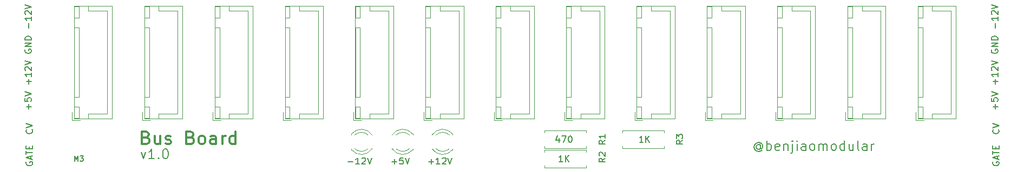
<source format=gbr>
%TF.GenerationSoftware,KiCad,Pcbnew,5.1.9+dfsg1-1~bpo10+1*%
%TF.CreationDate,2022-05-16T17:10:37+08:00*%
%TF.ProjectId,BusBoard,42757342-6f61-4726-942e-6b696361645f,rev?*%
%TF.SameCoordinates,Original*%
%TF.FileFunction,Legend,Top*%
%TF.FilePolarity,Positive*%
%FSLAX46Y46*%
G04 Gerber Fmt 4.6, Leading zero omitted, Abs format (unit mm)*
G04 Created by KiCad (PCBNEW 5.1.9+dfsg1-1~bpo10+1) date 2022-05-16 17:10:37*
%MOMM*%
%LPD*%
G01*
G04 APERTURE LIST*
%ADD10C,0.150000*%
%ADD11C,0.200000*%
%ADD12C,0.300000*%
%ADD13C,0.140000*%
%ADD14C,0.120000*%
G04 APERTURE END LIST*
D10*
X146022095Y-121363428D02*
X146784000Y-121363428D01*
X146403047Y-121744380D02*
X146403047Y-120982476D01*
X147784000Y-121744380D02*
X147212571Y-121744380D01*
X147498285Y-121744380D02*
X147498285Y-120744380D01*
X147403047Y-120887238D01*
X147307809Y-120982476D01*
X147212571Y-121030095D01*
X148164952Y-120839619D02*
X148212571Y-120792000D01*
X148307809Y-120744380D01*
X148545904Y-120744380D01*
X148641142Y-120792000D01*
X148688761Y-120839619D01*
X148736380Y-120934857D01*
X148736380Y-121030095D01*
X148688761Y-121172952D01*
X148117333Y-121744380D01*
X148736380Y-121744380D01*
X149022095Y-120744380D02*
X149355428Y-121744380D01*
X149688761Y-120744380D01*
X140298285Y-121363428D02*
X141060190Y-121363428D01*
X140679238Y-121744380D02*
X140679238Y-120982476D01*
X142012571Y-120744380D02*
X141536380Y-120744380D01*
X141488761Y-121220571D01*
X141536380Y-121172952D01*
X141631619Y-121125333D01*
X141869714Y-121125333D01*
X141964952Y-121172952D01*
X142012571Y-121220571D01*
X142060190Y-121315809D01*
X142060190Y-121553904D01*
X142012571Y-121649142D01*
X141964952Y-121696761D01*
X141869714Y-121744380D01*
X141631619Y-121744380D01*
X141536380Y-121696761D01*
X141488761Y-121649142D01*
X142345904Y-120744380D02*
X142679238Y-121744380D01*
X143012571Y-120744380D01*
X133422095Y-121363428D02*
X134184000Y-121363428D01*
X135184000Y-121744380D02*
X134612571Y-121744380D01*
X134898285Y-121744380D02*
X134898285Y-120744380D01*
X134803047Y-120887238D01*
X134707809Y-120982476D01*
X134612571Y-121030095D01*
X135564952Y-120839619D02*
X135612571Y-120792000D01*
X135707809Y-120744380D01*
X135945904Y-120744380D01*
X136041142Y-120792000D01*
X136088761Y-120839619D01*
X136136380Y-120934857D01*
X136136380Y-121030095D01*
X136088761Y-121172952D01*
X135517333Y-121744380D01*
X136136380Y-121744380D01*
X136422095Y-120744380D02*
X136755428Y-121744380D01*
X137088761Y-120744380D01*
D11*
X101057142Y-119878571D02*
X101414285Y-120878571D01*
X101771428Y-119878571D01*
X103128571Y-120878571D02*
X102271428Y-120878571D01*
X102700000Y-120878571D02*
X102700000Y-119378571D01*
X102557142Y-119592857D01*
X102414285Y-119735714D01*
X102271428Y-119807142D01*
X103771428Y-120735714D02*
X103842857Y-120807142D01*
X103771428Y-120878571D01*
X103700000Y-120807142D01*
X103771428Y-120735714D01*
X103771428Y-120878571D01*
X104771428Y-119378571D02*
X104914285Y-119378571D01*
X105057142Y-119450000D01*
X105128571Y-119521428D01*
X105200000Y-119664285D01*
X105271428Y-119950000D01*
X105271428Y-120307142D01*
X105200000Y-120592857D01*
X105128571Y-120735714D01*
X105057142Y-120807142D01*
X104914285Y-120878571D01*
X104771428Y-120878571D01*
X104628571Y-120807142D01*
X104557142Y-120735714D01*
X104485714Y-120592857D01*
X104414285Y-120307142D01*
X104414285Y-119950000D01*
X104485714Y-119664285D01*
X104557142Y-119521428D01*
X104628571Y-119450000D01*
X104771428Y-119378571D01*
D10*
X83100000Y-121400000D02*
X83052380Y-121495238D01*
X83052380Y-121638095D01*
X83100000Y-121780952D01*
X83195238Y-121876190D01*
X83290476Y-121923809D01*
X83480952Y-121971428D01*
X83623809Y-121971428D01*
X83814285Y-121923809D01*
X83909523Y-121876190D01*
X84004761Y-121780952D01*
X84052380Y-121638095D01*
X84052380Y-121542857D01*
X84004761Y-121400000D01*
X83957142Y-121352380D01*
X83623809Y-121352380D01*
X83623809Y-121542857D01*
X83766666Y-120971428D02*
X83766666Y-120495238D01*
X84052380Y-121066666D02*
X83052380Y-120733333D01*
X84052380Y-120400000D01*
X83052380Y-120209523D02*
X83052380Y-119638095D01*
X84052380Y-119923809D02*
X83052380Y-119923809D01*
X83528571Y-119304761D02*
X83528571Y-118971428D01*
X84052380Y-118828571D02*
X84052380Y-119304761D01*
X83052380Y-119304761D01*
X83052380Y-118828571D01*
X83471428Y-113085714D02*
X83471428Y-112323809D01*
X83852380Y-112704761D02*
X83090476Y-112704761D01*
X82852380Y-111371428D02*
X82852380Y-111847619D01*
X83328571Y-111895238D01*
X83280952Y-111847619D01*
X83233333Y-111752380D01*
X83233333Y-111514285D01*
X83280952Y-111419047D01*
X83328571Y-111371428D01*
X83423809Y-111323809D01*
X83661904Y-111323809D01*
X83757142Y-111371428D01*
X83804761Y-111419047D01*
X83852380Y-111514285D01*
X83852380Y-111752380D01*
X83804761Y-111847619D01*
X83757142Y-111895238D01*
X82852380Y-111038095D02*
X83852380Y-110704761D01*
X82852380Y-110371428D01*
X83471428Y-100361904D02*
X83471428Y-99600000D01*
X83852380Y-98600000D02*
X83852380Y-99171428D01*
X83852380Y-98885714D02*
X82852380Y-98885714D01*
X82995238Y-98980952D01*
X83090476Y-99076190D01*
X83138095Y-99171428D01*
X82947619Y-98219047D02*
X82900000Y-98171428D01*
X82852380Y-98076190D01*
X82852380Y-97838095D01*
X82900000Y-97742857D01*
X82947619Y-97695238D01*
X83042857Y-97647619D01*
X83138095Y-97647619D01*
X83280952Y-97695238D01*
X83852380Y-98266666D01*
X83852380Y-97647619D01*
X82852380Y-97361904D02*
X83852380Y-97028571D01*
X82852380Y-96695238D01*
X83957142Y-116319047D02*
X84004761Y-116366666D01*
X84052380Y-116509523D01*
X84052380Y-116604761D01*
X84004761Y-116747619D01*
X83909523Y-116842857D01*
X83814285Y-116890476D01*
X83623809Y-116938095D01*
X83480952Y-116938095D01*
X83290476Y-116890476D01*
X83195238Y-116842857D01*
X83100000Y-116747619D01*
X83052380Y-116604761D01*
X83052380Y-116509523D01*
X83100000Y-116366666D01*
X83147619Y-116319047D01*
X83052380Y-116033333D02*
X84052380Y-115700000D01*
X83052380Y-115366666D01*
X83471428Y-109161904D02*
X83471428Y-108400000D01*
X83852380Y-108780952D02*
X83090476Y-108780952D01*
X83852380Y-107400000D02*
X83852380Y-107971428D01*
X83852380Y-107685714D02*
X82852380Y-107685714D01*
X82995238Y-107780952D01*
X83090476Y-107876190D01*
X83138095Y-107971428D01*
X82947619Y-107019047D02*
X82900000Y-106971428D01*
X82852380Y-106876190D01*
X82852380Y-106638095D01*
X82900000Y-106542857D01*
X82947619Y-106495238D01*
X83042857Y-106447619D01*
X83138095Y-106447619D01*
X83280952Y-106495238D01*
X83852380Y-107066666D01*
X83852380Y-106447619D01*
X82852380Y-106161904D02*
X83852380Y-105828571D01*
X82852380Y-105495238D01*
X82900000Y-103761904D02*
X82852380Y-103857142D01*
X82852380Y-104000000D01*
X82900000Y-104142857D01*
X82995238Y-104238095D01*
X83090476Y-104285714D01*
X83280952Y-104333333D01*
X83423809Y-104333333D01*
X83614285Y-104285714D01*
X83709523Y-104238095D01*
X83804761Y-104142857D01*
X83852380Y-104000000D01*
X83852380Y-103904761D01*
X83804761Y-103761904D01*
X83757142Y-103714285D01*
X83423809Y-103714285D01*
X83423809Y-103904761D01*
X83852380Y-103285714D02*
X82852380Y-103285714D01*
X83852380Y-102714285D01*
X82852380Y-102714285D01*
X83852380Y-102238095D02*
X82852380Y-102238095D01*
X82852380Y-102000000D01*
X82900000Y-101857142D01*
X82995238Y-101761904D01*
X83090476Y-101714285D01*
X83280952Y-101666666D01*
X83423809Y-101666666D01*
X83614285Y-101714285D01*
X83709523Y-101761904D01*
X83804761Y-101857142D01*
X83852380Y-102000000D01*
X83852380Y-102238095D01*
X234300000Y-121400000D02*
X234252380Y-121495238D01*
X234252380Y-121638095D01*
X234300000Y-121780952D01*
X234395238Y-121876190D01*
X234490476Y-121923809D01*
X234680952Y-121971428D01*
X234823809Y-121971428D01*
X235014285Y-121923809D01*
X235109523Y-121876190D01*
X235204761Y-121780952D01*
X235252380Y-121638095D01*
X235252380Y-121542857D01*
X235204761Y-121400000D01*
X235157142Y-121352380D01*
X234823809Y-121352380D01*
X234823809Y-121542857D01*
X234966666Y-120971428D02*
X234966666Y-120495238D01*
X235252380Y-121066666D02*
X234252380Y-120733333D01*
X235252380Y-120400000D01*
X234252380Y-120209523D02*
X234252380Y-119638095D01*
X235252380Y-119923809D02*
X234252380Y-119923809D01*
X234728571Y-119304761D02*
X234728571Y-118971428D01*
X235252380Y-118828571D02*
X235252380Y-119304761D01*
X234252380Y-119304761D01*
X234252380Y-118828571D01*
X235157142Y-116319047D02*
X235204761Y-116366666D01*
X235252380Y-116509523D01*
X235252380Y-116604761D01*
X235204761Y-116747619D01*
X235109523Y-116842857D01*
X235014285Y-116890476D01*
X234823809Y-116938095D01*
X234680952Y-116938095D01*
X234490476Y-116890476D01*
X234395238Y-116842857D01*
X234300000Y-116747619D01*
X234252380Y-116604761D01*
X234252380Y-116509523D01*
X234300000Y-116366666D01*
X234347619Y-116319047D01*
X234252380Y-116033333D02*
X235252380Y-115700000D01*
X234252380Y-115366666D01*
X234671428Y-113085714D02*
X234671428Y-112323809D01*
X235052380Y-112704761D02*
X234290476Y-112704761D01*
X234052380Y-111371428D02*
X234052380Y-111847619D01*
X234528571Y-111895238D01*
X234480952Y-111847619D01*
X234433333Y-111752380D01*
X234433333Y-111514285D01*
X234480952Y-111419047D01*
X234528571Y-111371428D01*
X234623809Y-111323809D01*
X234861904Y-111323809D01*
X234957142Y-111371428D01*
X235004761Y-111419047D01*
X235052380Y-111514285D01*
X235052380Y-111752380D01*
X235004761Y-111847619D01*
X234957142Y-111895238D01*
X234052380Y-111038095D02*
X235052380Y-110704761D01*
X234052380Y-110371428D01*
X234671428Y-100361904D02*
X234671428Y-99600000D01*
X235052380Y-98600000D02*
X235052380Y-99171428D01*
X235052380Y-98885714D02*
X234052380Y-98885714D01*
X234195238Y-98980952D01*
X234290476Y-99076190D01*
X234338095Y-99171428D01*
X234147619Y-98219047D02*
X234100000Y-98171428D01*
X234052380Y-98076190D01*
X234052380Y-97838095D01*
X234100000Y-97742857D01*
X234147619Y-97695238D01*
X234242857Y-97647619D01*
X234338095Y-97647619D01*
X234480952Y-97695238D01*
X235052380Y-98266666D01*
X235052380Y-97647619D01*
X234052380Y-97361904D02*
X235052380Y-97028571D01*
X234052380Y-96695238D01*
X234100000Y-103761904D02*
X234052380Y-103857142D01*
X234052380Y-104000000D01*
X234100000Y-104142857D01*
X234195238Y-104238095D01*
X234290476Y-104285714D01*
X234480952Y-104333333D01*
X234623809Y-104333333D01*
X234814285Y-104285714D01*
X234909523Y-104238095D01*
X235004761Y-104142857D01*
X235052380Y-104000000D01*
X235052380Y-103904761D01*
X235004761Y-103761904D01*
X234957142Y-103714285D01*
X234623809Y-103714285D01*
X234623809Y-103904761D01*
X235052380Y-103285714D02*
X234052380Y-103285714D01*
X235052380Y-102714285D01*
X234052380Y-102714285D01*
X235052380Y-102238095D02*
X234052380Y-102238095D01*
X234052380Y-102000000D01*
X234100000Y-101857142D01*
X234195238Y-101761904D01*
X234290476Y-101714285D01*
X234480952Y-101666666D01*
X234623809Y-101666666D01*
X234814285Y-101714285D01*
X234909523Y-101761904D01*
X235004761Y-101857142D01*
X235052380Y-102000000D01*
X235052380Y-102238095D01*
X234671428Y-109161904D02*
X234671428Y-108400000D01*
X235052380Y-108780952D02*
X234290476Y-108780952D01*
X235052380Y-107400000D02*
X235052380Y-107971428D01*
X235052380Y-107685714D02*
X234052380Y-107685714D01*
X234195238Y-107780952D01*
X234290476Y-107876190D01*
X234338095Y-107971428D01*
X234147619Y-107019047D02*
X234100000Y-106971428D01*
X234052380Y-106876190D01*
X234052380Y-106638095D01*
X234100000Y-106542857D01*
X234147619Y-106495238D01*
X234242857Y-106447619D01*
X234338095Y-106447619D01*
X234480952Y-106495238D01*
X235052380Y-107066666D01*
X235052380Y-106447619D01*
X234052380Y-106161904D02*
X235052380Y-105828571D01*
X234052380Y-105495238D01*
D12*
X101833333Y-117557142D02*
X102119047Y-117652380D01*
X102214285Y-117747619D01*
X102309523Y-117938095D01*
X102309523Y-118223809D01*
X102214285Y-118414285D01*
X102119047Y-118509523D01*
X101928571Y-118604761D01*
X101166666Y-118604761D01*
X101166666Y-116604761D01*
X101833333Y-116604761D01*
X102023809Y-116700000D01*
X102119047Y-116795238D01*
X102214285Y-116985714D01*
X102214285Y-117176190D01*
X102119047Y-117366666D01*
X102023809Y-117461904D01*
X101833333Y-117557142D01*
X101166666Y-117557142D01*
X104023809Y-117271428D02*
X104023809Y-118604761D01*
X103166666Y-117271428D02*
X103166666Y-118319047D01*
X103261904Y-118509523D01*
X103452380Y-118604761D01*
X103738095Y-118604761D01*
X103928571Y-118509523D01*
X104023809Y-118414285D01*
X104880952Y-118509523D02*
X105071428Y-118604761D01*
X105452380Y-118604761D01*
X105642857Y-118509523D01*
X105738095Y-118319047D01*
X105738095Y-118223809D01*
X105642857Y-118033333D01*
X105452380Y-117938095D01*
X105166666Y-117938095D01*
X104976190Y-117842857D01*
X104880952Y-117652380D01*
X104880952Y-117557142D01*
X104976190Y-117366666D01*
X105166666Y-117271428D01*
X105452380Y-117271428D01*
X105642857Y-117366666D01*
X108785714Y-117557142D02*
X109071428Y-117652380D01*
X109166666Y-117747619D01*
X109261904Y-117938095D01*
X109261904Y-118223809D01*
X109166666Y-118414285D01*
X109071428Y-118509523D01*
X108880952Y-118604761D01*
X108119047Y-118604761D01*
X108119047Y-116604761D01*
X108785714Y-116604761D01*
X108976190Y-116700000D01*
X109071428Y-116795238D01*
X109166666Y-116985714D01*
X109166666Y-117176190D01*
X109071428Y-117366666D01*
X108976190Y-117461904D01*
X108785714Y-117557142D01*
X108119047Y-117557142D01*
X110404761Y-118604761D02*
X110214285Y-118509523D01*
X110119047Y-118414285D01*
X110023809Y-118223809D01*
X110023809Y-117652380D01*
X110119047Y-117461904D01*
X110214285Y-117366666D01*
X110404761Y-117271428D01*
X110690476Y-117271428D01*
X110880952Y-117366666D01*
X110976190Y-117461904D01*
X111071428Y-117652380D01*
X111071428Y-118223809D01*
X110976190Y-118414285D01*
X110880952Y-118509523D01*
X110690476Y-118604761D01*
X110404761Y-118604761D01*
X112785714Y-118604761D02*
X112785714Y-117557142D01*
X112690476Y-117366666D01*
X112500000Y-117271428D01*
X112119047Y-117271428D01*
X111928571Y-117366666D01*
X112785714Y-118509523D02*
X112595238Y-118604761D01*
X112119047Y-118604761D01*
X111928571Y-118509523D01*
X111833333Y-118319047D01*
X111833333Y-118128571D01*
X111928571Y-117938095D01*
X112119047Y-117842857D01*
X112595238Y-117842857D01*
X112785714Y-117747619D01*
X113738095Y-118604761D02*
X113738095Y-117271428D01*
X113738095Y-117652380D02*
X113833333Y-117461904D01*
X113928571Y-117366666D01*
X114119047Y-117271428D01*
X114309523Y-117271428D01*
X115833333Y-118604761D02*
X115833333Y-116604761D01*
X115833333Y-118509523D02*
X115642857Y-118604761D01*
X115261904Y-118604761D01*
X115071428Y-118509523D01*
X114976190Y-118414285D01*
X114880952Y-118223809D01*
X114880952Y-117652380D01*
X114976190Y-117461904D01*
X115071428Y-117366666D01*
X115261904Y-117271428D01*
X115642857Y-117271428D01*
X115833333Y-117366666D01*
D13*
X90652380Y-121261904D02*
X90652380Y-120461904D01*
X90919047Y-121033333D01*
X91185714Y-120461904D01*
X91185714Y-121261904D01*
X91490476Y-120461904D02*
X91985714Y-120461904D01*
X91719047Y-120766666D01*
X91833333Y-120766666D01*
X91909523Y-120804761D01*
X91947619Y-120842857D01*
X91985714Y-120919047D01*
X91985714Y-121109523D01*
X91947619Y-121185714D01*
X91909523Y-121223809D01*
X91833333Y-121261904D01*
X91604761Y-121261904D01*
X91528571Y-121223809D01*
X91490476Y-121185714D01*
D11*
X197926571Y-118836285D02*
X197855142Y-118764857D01*
X197712285Y-118693428D01*
X197569428Y-118693428D01*
X197426571Y-118764857D01*
X197355142Y-118836285D01*
X197283714Y-118979142D01*
X197283714Y-119122000D01*
X197355142Y-119264857D01*
X197426571Y-119336285D01*
X197569428Y-119407714D01*
X197712285Y-119407714D01*
X197855142Y-119336285D01*
X197926571Y-119264857D01*
X197926571Y-118693428D02*
X197926571Y-119264857D01*
X197998000Y-119336285D01*
X198069428Y-119336285D01*
X198212285Y-119264857D01*
X198283714Y-119122000D01*
X198283714Y-118764857D01*
X198140857Y-118550571D01*
X197926571Y-118407714D01*
X197640857Y-118336285D01*
X197355142Y-118407714D01*
X197140857Y-118550571D01*
X196998000Y-118764857D01*
X196926571Y-119050571D01*
X196998000Y-119336285D01*
X197140857Y-119550571D01*
X197355142Y-119693428D01*
X197640857Y-119764857D01*
X197926571Y-119693428D01*
X198140857Y-119550571D01*
X198926571Y-119550571D02*
X198926571Y-118050571D01*
X198926571Y-118622000D02*
X199069428Y-118550571D01*
X199355142Y-118550571D01*
X199498000Y-118622000D01*
X199569428Y-118693428D01*
X199640857Y-118836285D01*
X199640857Y-119264857D01*
X199569428Y-119407714D01*
X199498000Y-119479142D01*
X199355142Y-119550571D01*
X199069428Y-119550571D01*
X198926571Y-119479142D01*
X200855142Y-119479142D02*
X200712285Y-119550571D01*
X200426571Y-119550571D01*
X200283714Y-119479142D01*
X200212285Y-119336285D01*
X200212285Y-118764857D01*
X200283714Y-118622000D01*
X200426571Y-118550571D01*
X200712285Y-118550571D01*
X200855142Y-118622000D01*
X200926571Y-118764857D01*
X200926571Y-118907714D01*
X200212285Y-119050571D01*
X201569428Y-118550571D02*
X201569428Y-119550571D01*
X201569428Y-118693428D02*
X201640857Y-118622000D01*
X201783714Y-118550571D01*
X201998000Y-118550571D01*
X202140857Y-118622000D01*
X202212285Y-118764857D01*
X202212285Y-119550571D01*
X202926571Y-118550571D02*
X202926571Y-119836285D01*
X202855142Y-119979142D01*
X202712285Y-120050571D01*
X202640857Y-120050571D01*
X202926571Y-118050571D02*
X202855142Y-118122000D01*
X202926571Y-118193428D01*
X202998000Y-118122000D01*
X202926571Y-118050571D01*
X202926571Y-118193428D01*
X203640857Y-119550571D02*
X203640857Y-118550571D01*
X203640857Y-118050571D02*
X203569428Y-118122000D01*
X203640857Y-118193428D01*
X203712285Y-118122000D01*
X203640857Y-118050571D01*
X203640857Y-118193428D01*
X204998000Y-119550571D02*
X204998000Y-118764857D01*
X204926571Y-118622000D01*
X204783714Y-118550571D01*
X204498000Y-118550571D01*
X204355142Y-118622000D01*
X204998000Y-119479142D02*
X204855142Y-119550571D01*
X204498000Y-119550571D01*
X204355142Y-119479142D01*
X204283714Y-119336285D01*
X204283714Y-119193428D01*
X204355142Y-119050571D01*
X204498000Y-118979142D01*
X204855142Y-118979142D01*
X204998000Y-118907714D01*
X205926571Y-119550571D02*
X205783714Y-119479142D01*
X205712285Y-119407714D01*
X205640857Y-119264857D01*
X205640857Y-118836285D01*
X205712285Y-118693428D01*
X205783714Y-118622000D01*
X205926571Y-118550571D01*
X206140857Y-118550571D01*
X206283714Y-118622000D01*
X206355142Y-118693428D01*
X206426571Y-118836285D01*
X206426571Y-119264857D01*
X206355142Y-119407714D01*
X206283714Y-119479142D01*
X206140857Y-119550571D01*
X205926571Y-119550571D01*
X207069428Y-119550571D02*
X207069428Y-118550571D01*
X207069428Y-118693428D02*
X207140857Y-118622000D01*
X207283714Y-118550571D01*
X207498000Y-118550571D01*
X207640857Y-118622000D01*
X207712285Y-118764857D01*
X207712285Y-119550571D01*
X207712285Y-118764857D02*
X207783714Y-118622000D01*
X207926571Y-118550571D01*
X208140857Y-118550571D01*
X208283714Y-118622000D01*
X208355142Y-118764857D01*
X208355142Y-119550571D01*
X209283714Y-119550571D02*
X209140857Y-119479142D01*
X209069428Y-119407714D01*
X208998000Y-119264857D01*
X208998000Y-118836285D01*
X209069428Y-118693428D01*
X209140857Y-118622000D01*
X209283714Y-118550571D01*
X209498000Y-118550571D01*
X209640857Y-118622000D01*
X209712285Y-118693428D01*
X209783714Y-118836285D01*
X209783714Y-119264857D01*
X209712285Y-119407714D01*
X209640857Y-119479142D01*
X209498000Y-119550571D01*
X209283714Y-119550571D01*
X211069428Y-119550571D02*
X211069428Y-118050571D01*
X211069428Y-119479142D02*
X210926571Y-119550571D01*
X210640857Y-119550571D01*
X210498000Y-119479142D01*
X210426571Y-119407714D01*
X210355142Y-119264857D01*
X210355142Y-118836285D01*
X210426571Y-118693428D01*
X210498000Y-118622000D01*
X210640857Y-118550571D01*
X210926571Y-118550571D01*
X211069428Y-118622000D01*
X212426571Y-118550571D02*
X212426571Y-119550571D01*
X211783714Y-118550571D02*
X211783714Y-119336285D01*
X211855142Y-119479142D01*
X211998000Y-119550571D01*
X212212285Y-119550571D01*
X212355142Y-119479142D01*
X212426571Y-119407714D01*
X213355142Y-119550571D02*
X213212285Y-119479142D01*
X213140857Y-119336285D01*
X213140857Y-118050571D01*
X214569428Y-119550571D02*
X214569428Y-118764857D01*
X214498000Y-118622000D01*
X214355142Y-118550571D01*
X214069428Y-118550571D01*
X213926571Y-118622000D01*
X214569428Y-119479142D02*
X214426571Y-119550571D01*
X214069428Y-119550571D01*
X213926571Y-119479142D01*
X213855142Y-119336285D01*
X213855142Y-119193428D01*
X213926571Y-119050571D01*
X214069428Y-118979142D01*
X214426571Y-118979142D01*
X214569428Y-118907714D01*
X215283714Y-119550571D02*
X215283714Y-118550571D01*
X215283714Y-118836285D02*
X215355142Y-118693428D01*
X215426571Y-118622000D01*
X215569428Y-118550571D01*
X215712285Y-118550571D01*
D14*
%TO.C,D1*%
X143524000Y-117162000D02*
X143524000Y-117006000D01*
X143524000Y-119478000D02*
X143524000Y-119322000D01*
X140291665Y-119320608D02*
G75*
G03*
X143524000Y-119477516I1672335J1078608D01*
G01*
X140291665Y-117163392D02*
G75*
G02*
X143524000Y-117006484I1672335J-1078608D01*
G01*
X140922870Y-119321837D02*
G75*
G03*
X143004961Y-119322000I1041130J1079837D01*
G01*
X140922870Y-117162163D02*
G75*
G02*
X143004961Y-117162000I1041130J-1079837D01*
G01*
%TO.C,D2*%
X149774000Y-119478000D02*
X149774000Y-119322000D01*
X149774000Y-117162000D02*
X149774000Y-117006000D01*
X147172870Y-117162163D02*
G75*
G02*
X149254961Y-117162000I1041130J-1079837D01*
G01*
X147172870Y-119321837D02*
G75*
G03*
X149254961Y-119322000I1041130J1079837D01*
G01*
X146541665Y-117163392D02*
G75*
G02*
X149774000Y-117006484I1672335J-1078608D01*
G01*
X146541665Y-119320608D02*
G75*
G03*
X149774000Y-119477516I1672335J1078608D01*
G01*
%TO.C,D3*%
X133944000Y-119322000D02*
X133944000Y-119478000D01*
X133944000Y-117006000D02*
X133944000Y-117162000D01*
X137176335Y-117163392D02*
G75*
G03*
X133944000Y-117006484I-1672335J-1078608D01*
G01*
X137176335Y-119320608D02*
G75*
G02*
X133944000Y-119477516I-1672335J1078608D01*
G01*
X136545130Y-117162163D02*
G75*
G03*
X134463039Y-117162000I-1041130J-1079837D01*
G01*
X136545130Y-119321837D02*
G75*
G02*
X134463039Y-119322000I-1041130J1079837D01*
G01*
%TO.C,J3*%
X90250000Y-114850000D02*
X91500000Y-114850000D01*
X90250000Y-113600000D02*
X90250000Y-114850000D01*
X95750000Y-97700000D02*
X95750000Y-105750000D01*
X92800000Y-97700000D02*
X95750000Y-97700000D01*
X92800000Y-96950000D02*
X92800000Y-97700000D01*
X95750000Y-113800000D02*
X95750000Y-105750000D01*
X92800000Y-113800000D02*
X95750000Y-113800000D01*
X92800000Y-114550000D02*
X92800000Y-113800000D01*
X90550000Y-96950000D02*
X90550000Y-98750000D01*
X91300000Y-96950000D02*
X90550000Y-96950000D01*
X91300000Y-98750000D02*
X91300000Y-96950000D01*
X90550000Y-98750000D02*
X91300000Y-98750000D01*
X90550000Y-112750000D02*
X90550000Y-114550000D01*
X91300000Y-112750000D02*
X90550000Y-112750000D01*
X91300000Y-114550000D02*
X91300000Y-112750000D01*
X90550000Y-114550000D02*
X91300000Y-114550000D01*
X90550000Y-100250000D02*
X90550000Y-111250000D01*
X91300000Y-100250000D02*
X90550000Y-100250000D01*
X91300000Y-111250000D02*
X91300000Y-100250000D01*
X90550000Y-111250000D02*
X91300000Y-111250000D01*
X90540000Y-96940000D02*
X90540000Y-114560000D01*
X96510000Y-96940000D02*
X90540000Y-96940000D01*
X96510000Y-114560000D02*
X96510000Y-96940000D01*
X90540000Y-114560000D02*
X96510000Y-114560000D01*
%TO.C,J4*%
X101540000Y-114560000D02*
X107510000Y-114560000D01*
X107510000Y-114560000D02*
X107510000Y-96940000D01*
X107510000Y-96940000D02*
X101540000Y-96940000D01*
X101540000Y-96940000D02*
X101540000Y-114560000D01*
X101550000Y-111250000D02*
X102300000Y-111250000D01*
X102300000Y-111250000D02*
X102300000Y-100250000D01*
X102300000Y-100250000D02*
X101550000Y-100250000D01*
X101550000Y-100250000D02*
X101550000Y-111250000D01*
X101550000Y-114550000D02*
X102300000Y-114550000D01*
X102300000Y-114550000D02*
X102300000Y-112750000D01*
X102300000Y-112750000D02*
X101550000Y-112750000D01*
X101550000Y-112750000D02*
X101550000Y-114550000D01*
X101550000Y-98750000D02*
X102300000Y-98750000D01*
X102300000Y-98750000D02*
X102300000Y-96950000D01*
X102300000Y-96950000D02*
X101550000Y-96950000D01*
X101550000Y-96950000D02*
X101550000Y-98750000D01*
X103800000Y-114550000D02*
X103800000Y-113800000D01*
X103800000Y-113800000D02*
X106750000Y-113800000D01*
X106750000Y-113800000D02*
X106750000Y-105750000D01*
X103800000Y-96950000D02*
X103800000Y-97700000D01*
X103800000Y-97700000D02*
X106750000Y-97700000D01*
X106750000Y-97700000D02*
X106750000Y-105750000D01*
X101250000Y-113600000D02*
X101250000Y-114850000D01*
X101250000Y-114850000D02*
X102500000Y-114850000D01*
%TO.C,J7*%
X112250000Y-114850000D02*
X113500000Y-114850000D01*
X112250000Y-113600000D02*
X112250000Y-114850000D01*
X117750000Y-97700000D02*
X117750000Y-105750000D01*
X114800000Y-97700000D02*
X117750000Y-97700000D01*
X114800000Y-96950000D02*
X114800000Y-97700000D01*
X117750000Y-113800000D02*
X117750000Y-105750000D01*
X114800000Y-113800000D02*
X117750000Y-113800000D01*
X114800000Y-114550000D02*
X114800000Y-113800000D01*
X112550000Y-96950000D02*
X112550000Y-98750000D01*
X113300000Y-96950000D02*
X112550000Y-96950000D01*
X113300000Y-98750000D02*
X113300000Y-96950000D01*
X112550000Y-98750000D02*
X113300000Y-98750000D01*
X112550000Y-112750000D02*
X112550000Y-114550000D01*
X113300000Y-112750000D02*
X112550000Y-112750000D01*
X113300000Y-114550000D02*
X113300000Y-112750000D01*
X112550000Y-114550000D02*
X113300000Y-114550000D01*
X112550000Y-100250000D02*
X112550000Y-111250000D01*
X113300000Y-100250000D02*
X112550000Y-100250000D01*
X113300000Y-111250000D02*
X113300000Y-100250000D01*
X112550000Y-111250000D02*
X113300000Y-111250000D01*
X112540000Y-96940000D02*
X112540000Y-114560000D01*
X118510000Y-96940000D02*
X112540000Y-96940000D01*
X118510000Y-114560000D02*
X118510000Y-96940000D01*
X112540000Y-114560000D02*
X118510000Y-114560000D01*
%TO.C,J10*%
X178540000Y-114560000D02*
X184510000Y-114560000D01*
X184510000Y-114560000D02*
X184510000Y-96940000D01*
X184510000Y-96940000D02*
X178540000Y-96940000D01*
X178540000Y-96940000D02*
X178540000Y-114560000D01*
X178550000Y-111250000D02*
X179300000Y-111250000D01*
X179300000Y-111250000D02*
X179300000Y-100250000D01*
X179300000Y-100250000D02*
X178550000Y-100250000D01*
X178550000Y-100250000D02*
X178550000Y-111250000D01*
X178550000Y-114550000D02*
X179300000Y-114550000D01*
X179300000Y-114550000D02*
X179300000Y-112750000D01*
X179300000Y-112750000D02*
X178550000Y-112750000D01*
X178550000Y-112750000D02*
X178550000Y-114550000D01*
X178550000Y-98750000D02*
X179300000Y-98750000D01*
X179300000Y-98750000D02*
X179300000Y-96950000D01*
X179300000Y-96950000D02*
X178550000Y-96950000D01*
X178550000Y-96950000D02*
X178550000Y-98750000D01*
X180800000Y-114550000D02*
X180800000Y-113800000D01*
X180800000Y-113800000D02*
X183750000Y-113800000D01*
X183750000Y-113800000D02*
X183750000Y-105750000D01*
X180800000Y-96950000D02*
X180800000Y-97700000D01*
X180800000Y-97700000D02*
X183750000Y-97700000D01*
X183750000Y-97700000D02*
X183750000Y-105750000D01*
X178250000Y-113600000D02*
X178250000Y-114850000D01*
X178250000Y-114850000D02*
X179500000Y-114850000D01*
%TO.C,J13*%
X189250000Y-114850000D02*
X190500000Y-114850000D01*
X189250000Y-113600000D02*
X189250000Y-114850000D01*
X194750000Y-97700000D02*
X194750000Y-105750000D01*
X191800000Y-97700000D02*
X194750000Y-97700000D01*
X191800000Y-96950000D02*
X191800000Y-97700000D01*
X194750000Y-113800000D02*
X194750000Y-105750000D01*
X191800000Y-113800000D02*
X194750000Y-113800000D01*
X191800000Y-114550000D02*
X191800000Y-113800000D01*
X189550000Y-96950000D02*
X189550000Y-98750000D01*
X190300000Y-96950000D02*
X189550000Y-96950000D01*
X190300000Y-98750000D02*
X190300000Y-96950000D01*
X189550000Y-98750000D02*
X190300000Y-98750000D01*
X189550000Y-112750000D02*
X189550000Y-114550000D01*
X190300000Y-112750000D02*
X189550000Y-112750000D01*
X190300000Y-114550000D02*
X190300000Y-112750000D01*
X189550000Y-114550000D02*
X190300000Y-114550000D01*
X189550000Y-100250000D02*
X189550000Y-111250000D01*
X190300000Y-100250000D02*
X189550000Y-100250000D01*
X190300000Y-111250000D02*
X190300000Y-100250000D01*
X189550000Y-111250000D02*
X190300000Y-111250000D01*
X189540000Y-96940000D02*
X189540000Y-114560000D01*
X195510000Y-96940000D02*
X189540000Y-96940000D01*
X195510000Y-114560000D02*
X195510000Y-96940000D01*
X189540000Y-114560000D02*
X195510000Y-114560000D01*
%TO.C,J14*%
X200540000Y-114560000D02*
X206510000Y-114560000D01*
X206510000Y-114560000D02*
X206510000Y-96940000D01*
X206510000Y-96940000D02*
X200540000Y-96940000D01*
X200540000Y-96940000D02*
X200540000Y-114560000D01*
X200550000Y-111250000D02*
X201300000Y-111250000D01*
X201300000Y-111250000D02*
X201300000Y-100250000D01*
X201300000Y-100250000D02*
X200550000Y-100250000D01*
X200550000Y-100250000D02*
X200550000Y-111250000D01*
X200550000Y-114550000D02*
X201300000Y-114550000D01*
X201300000Y-114550000D02*
X201300000Y-112750000D01*
X201300000Y-112750000D02*
X200550000Y-112750000D01*
X200550000Y-112750000D02*
X200550000Y-114550000D01*
X200550000Y-98750000D02*
X201300000Y-98750000D01*
X201300000Y-98750000D02*
X201300000Y-96950000D01*
X201300000Y-96950000D02*
X200550000Y-96950000D01*
X200550000Y-96950000D02*
X200550000Y-98750000D01*
X202800000Y-114550000D02*
X202800000Y-113800000D01*
X202800000Y-113800000D02*
X205750000Y-113800000D01*
X205750000Y-113800000D02*
X205750000Y-105750000D01*
X202800000Y-96950000D02*
X202800000Y-97700000D01*
X202800000Y-97700000D02*
X205750000Y-97700000D01*
X205750000Y-97700000D02*
X205750000Y-105750000D01*
X200250000Y-113600000D02*
X200250000Y-114850000D01*
X200250000Y-114850000D02*
X201500000Y-114850000D01*
%TO.C,J17*%
X211250000Y-114850000D02*
X212500000Y-114850000D01*
X211250000Y-113600000D02*
X211250000Y-114850000D01*
X216750000Y-97700000D02*
X216750000Y-105750000D01*
X213800000Y-97700000D02*
X216750000Y-97700000D01*
X213800000Y-96950000D02*
X213800000Y-97700000D01*
X216750000Y-113800000D02*
X216750000Y-105750000D01*
X213800000Y-113800000D02*
X216750000Y-113800000D01*
X213800000Y-114550000D02*
X213800000Y-113800000D01*
X211550000Y-96950000D02*
X211550000Y-98750000D01*
X212300000Y-96950000D02*
X211550000Y-96950000D01*
X212300000Y-98750000D02*
X212300000Y-96950000D01*
X211550000Y-98750000D02*
X212300000Y-98750000D01*
X211550000Y-112750000D02*
X211550000Y-114550000D01*
X212300000Y-112750000D02*
X211550000Y-112750000D01*
X212300000Y-114550000D02*
X212300000Y-112750000D01*
X211550000Y-114550000D02*
X212300000Y-114550000D01*
X211550000Y-100250000D02*
X211550000Y-111250000D01*
X212300000Y-100250000D02*
X211550000Y-100250000D01*
X212300000Y-111250000D02*
X212300000Y-100250000D01*
X211550000Y-111250000D02*
X212300000Y-111250000D01*
X211540000Y-96940000D02*
X211540000Y-114560000D01*
X217510000Y-96940000D02*
X211540000Y-96940000D01*
X217510000Y-114560000D02*
X217510000Y-96940000D01*
X211540000Y-114560000D02*
X217510000Y-114560000D01*
%TO.C,J18*%
X167540000Y-114560000D02*
X173510000Y-114560000D01*
X173510000Y-114560000D02*
X173510000Y-96940000D01*
X173510000Y-96940000D02*
X167540000Y-96940000D01*
X167540000Y-96940000D02*
X167540000Y-114560000D01*
X167550000Y-111250000D02*
X168300000Y-111250000D01*
X168300000Y-111250000D02*
X168300000Y-100250000D01*
X168300000Y-100250000D02*
X167550000Y-100250000D01*
X167550000Y-100250000D02*
X167550000Y-111250000D01*
X167550000Y-114550000D02*
X168300000Y-114550000D01*
X168300000Y-114550000D02*
X168300000Y-112750000D01*
X168300000Y-112750000D02*
X167550000Y-112750000D01*
X167550000Y-112750000D02*
X167550000Y-114550000D01*
X167550000Y-98750000D02*
X168300000Y-98750000D01*
X168300000Y-98750000D02*
X168300000Y-96950000D01*
X168300000Y-96950000D02*
X167550000Y-96950000D01*
X167550000Y-96950000D02*
X167550000Y-98750000D01*
X169800000Y-114550000D02*
X169800000Y-113800000D01*
X169800000Y-113800000D02*
X172750000Y-113800000D01*
X172750000Y-113800000D02*
X172750000Y-105750000D01*
X169800000Y-96950000D02*
X169800000Y-97700000D01*
X169800000Y-97700000D02*
X172750000Y-97700000D01*
X172750000Y-97700000D02*
X172750000Y-105750000D01*
X167250000Y-113600000D02*
X167250000Y-114850000D01*
X167250000Y-114850000D02*
X168500000Y-114850000D01*
%TO.C,J19*%
X156250000Y-114850000D02*
X157500000Y-114850000D01*
X156250000Y-113600000D02*
X156250000Y-114850000D01*
X161750000Y-97700000D02*
X161750000Y-105750000D01*
X158800000Y-97700000D02*
X161750000Y-97700000D01*
X158800000Y-96950000D02*
X158800000Y-97700000D01*
X161750000Y-113800000D02*
X161750000Y-105750000D01*
X158800000Y-113800000D02*
X161750000Y-113800000D01*
X158800000Y-114550000D02*
X158800000Y-113800000D01*
X156550000Y-96950000D02*
X156550000Y-98750000D01*
X157300000Y-96950000D02*
X156550000Y-96950000D01*
X157300000Y-98750000D02*
X157300000Y-96950000D01*
X156550000Y-98750000D02*
X157300000Y-98750000D01*
X156550000Y-112750000D02*
X156550000Y-114550000D01*
X157300000Y-112750000D02*
X156550000Y-112750000D01*
X157300000Y-114550000D02*
X157300000Y-112750000D01*
X156550000Y-114550000D02*
X157300000Y-114550000D01*
X156550000Y-100250000D02*
X156550000Y-111250000D01*
X157300000Y-100250000D02*
X156550000Y-100250000D01*
X157300000Y-111250000D02*
X157300000Y-100250000D01*
X156550000Y-111250000D02*
X157300000Y-111250000D01*
X156540000Y-96940000D02*
X156540000Y-114560000D01*
X162510000Y-96940000D02*
X156540000Y-96940000D01*
X162510000Y-114560000D02*
X162510000Y-96940000D01*
X156540000Y-114560000D02*
X162510000Y-114560000D01*
%TO.C,J20*%
X222540000Y-114560000D02*
X228510000Y-114560000D01*
X228510000Y-114560000D02*
X228510000Y-96940000D01*
X228510000Y-96940000D02*
X222540000Y-96940000D01*
X222540000Y-96940000D02*
X222540000Y-114560000D01*
X222550000Y-111250000D02*
X223300000Y-111250000D01*
X223300000Y-111250000D02*
X223300000Y-100250000D01*
X223300000Y-100250000D02*
X222550000Y-100250000D01*
X222550000Y-100250000D02*
X222550000Y-111250000D01*
X222550000Y-114550000D02*
X223300000Y-114550000D01*
X223300000Y-114550000D02*
X223300000Y-112750000D01*
X223300000Y-112750000D02*
X222550000Y-112750000D01*
X222550000Y-112750000D02*
X222550000Y-114550000D01*
X222550000Y-98750000D02*
X223300000Y-98750000D01*
X223300000Y-98750000D02*
X223300000Y-96950000D01*
X223300000Y-96950000D02*
X222550000Y-96950000D01*
X222550000Y-96950000D02*
X222550000Y-98750000D01*
X224800000Y-114550000D02*
X224800000Y-113800000D01*
X224800000Y-113800000D02*
X227750000Y-113800000D01*
X227750000Y-113800000D02*
X227750000Y-105750000D01*
X224800000Y-96950000D02*
X224800000Y-97700000D01*
X224800000Y-97700000D02*
X227750000Y-97700000D01*
X227750000Y-97700000D02*
X227750000Y-105750000D01*
X222250000Y-113600000D02*
X222250000Y-114850000D01*
X222250000Y-114850000D02*
X223500000Y-114850000D01*
%TO.C,J21*%
X145250000Y-114850000D02*
X146500000Y-114850000D01*
X145250000Y-113600000D02*
X145250000Y-114850000D01*
X150750000Y-97700000D02*
X150750000Y-105750000D01*
X147800000Y-97700000D02*
X150750000Y-97700000D01*
X147800000Y-96950000D02*
X147800000Y-97700000D01*
X150750000Y-113800000D02*
X150750000Y-105750000D01*
X147800000Y-113800000D02*
X150750000Y-113800000D01*
X147800000Y-114550000D02*
X147800000Y-113800000D01*
X145550000Y-96950000D02*
X145550000Y-98750000D01*
X146300000Y-96950000D02*
X145550000Y-96950000D01*
X146300000Y-98750000D02*
X146300000Y-96950000D01*
X145550000Y-98750000D02*
X146300000Y-98750000D01*
X145550000Y-112750000D02*
X145550000Y-114550000D01*
X146300000Y-112750000D02*
X145550000Y-112750000D01*
X146300000Y-114550000D02*
X146300000Y-112750000D01*
X145550000Y-114550000D02*
X146300000Y-114550000D01*
X145550000Y-100250000D02*
X145550000Y-111250000D01*
X146300000Y-100250000D02*
X145550000Y-100250000D01*
X146300000Y-111250000D02*
X146300000Y-100250000D01*
X145550000Y-111250000D02*
X146300000Y-111250000D01*
X145540000Y-96940000D02*
X145540000Y-114560000D01*
X151510000Y-96940000D02*
X145540000Y-96940000D01*
X151510000Y-114560000D02*
X151510000Y-96940000D01*
X145540000Y-114560000D02*
X151510000Y-114560000D01*
%TO.C,J22*%
X123540000Y-114560000D02*
X129510000Y-114560000D01*
X129510000Y-114560000D02*
X129510000Y-96940000D01*
X129510000Y-96940000D02*
X123540000Y-96940000D01*
X123540000Y-96940000D02*
X123540000Y-114560000D01*
X123550000Y-111250000D02*
X124300000Y-111250000D01*
X124300000Y-111250000D02*
X124300000Y-100250000D01*
X124300000Y-100250000D02*
X123550000Y-100250000D01*
X123550000Y-100250000D02*
X123550000Y-111250000D01*
X123550000Y-114550000D02*
X124300000Y-114550000D01*
X124300000Y-114550000D02*
X124300000Y-112750000D01*
X124300000Y-112750000D02*
X123550000Y-112750000D01*
X123550000Y-112750000D02*
X123550000Y-114550000D01*
X123550000Y-98750000D02*
X124300000Y-98750000D01*
X124300000Y-98750000D02*
X124300000Y-96950000D01*
X124300000Y-96950000D02*
X123550000Y-96950000D01*
X123550000Y-96950000D02*
X123550000Y-98750000D01*
X125800000Y-114550000D02*
X125800000Y-113800000D01*
X125800000Y-113800000D02*
X128750000Y-113800000D01*
X128750000Y-113800000D02*
X128750000Y-105750000D01*
X125800000Y-96950000D02*
X125800000Y-97700000D01*
X125800000Y-97700000D02*
X128750000Y-97700000D01*
X128750000Y-97700000D02*
X128750000Y-105750000D01*
X123250000Y-113600000D02*
X123250000Y-114850000D01*
X123250000Y-114850000D02*
X124500000Y-114850000D01*
%TO.C,J23*%
X134250000Y-114850000D02*
X135500000Y-114850000D01*
X134250000Y-113600000D02*
X134250000Y-114850000D01*
X139750000Y-97700000D02*
X139750000Y-105750000D01*
X136800000Y-97700000D02*
X139750000Y-97700000D01*
X136800000Y-96950000D02*
X136800000Y-97700000D01*
X139750000Y-113800000D02*
X139750000Y-105750000D01*
X136800000Y-113800000D02*
X139750000Y-113800000D01*
X136800000Y-114550000D02*
X136800000Y-113800000D01*
X134550000Y-96950000D02*
X134550000Y-98750000D01*
X135300000Y-96950000D02*
X134550000Y-96950000D01*
X135300000Y-98750000D02*
X135300000Y-96950000D01*
X134550000Y-98750000D02*
X135300000Y-98750000D01*
X134550000Y-112750000D02*
X134550000Y-114550000D01*
X135300000Y-112750000D02*
X134550000Y-112750000D01*
X135300000Y-114550000D02*
X135300000Y-112750000D01*
X134550000Y-114550000D02*
X135300000Y-114550000D01*
X134550000Y-100250000D02*
X134550000Y-111250000D01*
X135300000Y-100250000D02*
X134550000Y-100250000D01*
X135300000Y-111250000D02*
X135300000Y-100250000D01*
X134550000Y-111250000D02*
X135300000Y-111250000D01*
X134540000Y-96940000D02*
X134540000Y-114560000D01*
X140510000Y-96940000D02*
X134540000Y-96940000D01*
X140510000Y-114560000D02*
X140510000Y-96940000D01*
X134540000Y-114560000D02*
X140510000Y-114560000D01*
%TO.C,R1*%
X164116000Y-119226000D02*
X164116000Y-118896000D01*
X170656000Y-116816000D02*
X170656000Y-116486000D01*
X164116000Y-116486000D02*
X164116000Y-116816000D01*
X170656000Y-116486000D02*
X164116000Y-116486000D01*
X170656000Y-118896000D02*
X170656000Y-119226000D01*
X170656000Y-119226000D02*
X164116000Y-119226000D01*
%TO.C,R2*%
X170656000Y-122274000D02*
X164116000Y-122274000D01*
X170656000Y-121944000D02*
X170656000Y-122274000D01*
X170656000Y-119534000D02*
X164116000Y-119534000D01*
X164116000Y-119534000D02*
X164116000Y-119864000D01*
X170656000Y-119864000D02*
X170656000Y-119534000D01*
X164116000Y-122274000D02*
X164116000Y-121944000D01*
%TO.C,R3*%
X182848000Y-119226000D02*
X176308000Y-119226000D01*
X182848000Y-118896000D02*
X182848000Y-119226000D01*
X182848000Y-116486000D02*
X176308000Y-116486000D01*
X176308000Y-116486000D02*
X176308000Y-116816000D01*
X182848000Y-116816000D02*
X182848000Y-116486000D01*
X176308000Y-119226000D02*
X176308000Y-118896000D01*
%TO.C,R1*%
D10*
X173648380Y-118022666D02*
X173172190Y-118356000D01*
X173648380Y-118594095D02*
X172648380Y-118594095D01*
X172648380Y-118213142D01*
X172696000Y-118117904D01*
X172743619Y-118070285D01*
X172838857Y-118022666D01*
X172981714Y-118022666D01*
X173076952Y-118070285D01*
X173124571Y-118117904D01*
X173172190Y-118213142D01*
X173172190Y-118594095D01*
X173648380Y-117070285D02*
X173648380Y-117641714D01*
X173648380Y-117356000D02*
X172648380Y-117356000D01*
X172791238Y-117451238D01*
X172886476Y-117546476D01*
X172934095Y-117641714D01*
X166434095Y-117641714D02*
X166434095Y-118308380D01*
X166196000Y-117260761D02*
X165957904Y-117975047D01*
X166576952Y-117975047D01*
X166862666Y-117308380D02*
X167529333Y-117308380D01*
X167100761Y-118308380D01*
X168100761Y-117308380D02*
X168196000Y-117308380D01*
X168291238Y-117356000D01*
X168338857Y-117403619D01*
X168386476Y-117498857D01*
X168434095Y-117689333D01*
X168434095Y-117927428D01*
X168386476Y-118117904D01*
X168338857Y-118213142D01*
X168291238Y-118260761D01*
X168196000Y-118308380D01*
X168100761Y-118308380D01*
X168005523Y-118260761D01*
X167957904Y-118213142D01*
X167910285Y-118117904D01*
X167862666Y-117927428D01*
X167862666Y-117689333D01*
X167910285Y-117498857D01*
X167957904Y-117403619D01*
X168005523Y-117356000D01*
X168100761Y-117308380D01*
%TO.C,R2*%
X173648380Y-120820666D02*
X173172190Y-121154000D01*
X173648380Y-121392095D02*
X172648380Y-121392095D01*
X172648380Y-121011142D01*
X172696000Y-120915904D01*
X172743619Y-120868285D01*
X172838857Y-120820666D01*
X172981714Y-120820666D01*
X173076952Y-120868285D01*
X173124571Y-120915904D01*
X173172190Y-121011142D01*
X173172190Y-121392095D01*
X172743619Y-120439714D02*
X172696000Y-120392095D01*
X172648380Y-120296857D01*
X172648380Y-120058761D01*
X172696000Y-119963523D01*
X172743619Y-119915904D01*
X172838857Y-119868285D01*
X172934095Y-119868285D01*
X173076952Y-119915904D01*
X173648380Y-120487333D01*
X173648380Y-119868285D01*
X166981714Y-121356380D02*
X166410285Y-121356380D01*
X166696000Y-121356380D02*
X166696000Y-120356380D01*
X166600761Y-120499238D01*
X166505523Y-120594476D01*
X166410285Y-120642095D01*
X167410285Y-121356380D02*
X167410285Y-120356380D01*
X167981714Y-121356380D02*
X167553142Y-120784952D01*
X167981714Y-120356380D02*
X167410285Y-120927809D01*
%TO.C,R3*%
X185765380Y-118022666D02*
X185289190Y-118356000D01*
X185765380Y-118594095D02*
X184765380Y-118594095D01*
X184765380Y-118213142D01*
X184813000Y-118117904D01*
X184860619Y-118070285D01*
X184955857Y-118022666D01*
X185098714Y-118022666D01*
X185193952Y-118070285D01*
X185241571Y-118117904D01*
X185289190Y-118213142D01*
X185289190Y-118594095D01*
X184765380Y-117689333D02*
X184765380Y-117070285D01*
X185146333Y-117403619D01*
X185146333Y-117260761D01*
X185193952Y-117165523D01*
X185241571Y-117117904D01*
X185336809Y-117070285D01*
X185574904Y-117070285D01*
X185670142Y-117117904D01*
X185717761Y-117165523D01*
X185765380Y-117260761D01*
X185765380Y-117546476D01*
X185717761Y-117641714D01*
X185670142Y-117689333D01*
X179573714Y-118308380D02*
X179002285Y-118308380D01*
X179288000Y-118308380D02*
X179288000Y-117308380D01*
X179192761Y-117451238D01*
X179097523Y-117546476D01*
X179002285Y-117594095D01*
X180002285Y-118308380D02*
X180002285Y-117308380D01*
X180573714Y-118308380D02*
X180145142Y-117736952D01*
X180573714Y-117308380D02*
X180002285Y-117879809D01*
%TD*%
M02*

</source>
